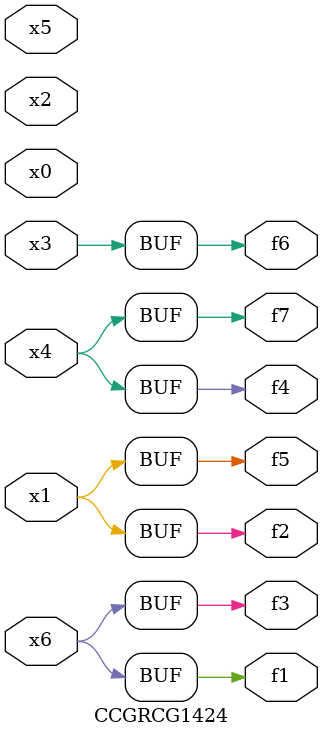
<source format=v>
module CCGRCG1424(
	input x0, x1, x2, x3, x4, x5, x6,
	output f1, f2, f3, f4, f5, f6, f7
);
	assign f1 = x6;
	assign f2 = x1;
	assign f3 = x6;
	assign f4 = x4;
	assign f5 = x1;
	assign f6 = x3;
	assign f7 = x4;
endmodule

</source>
